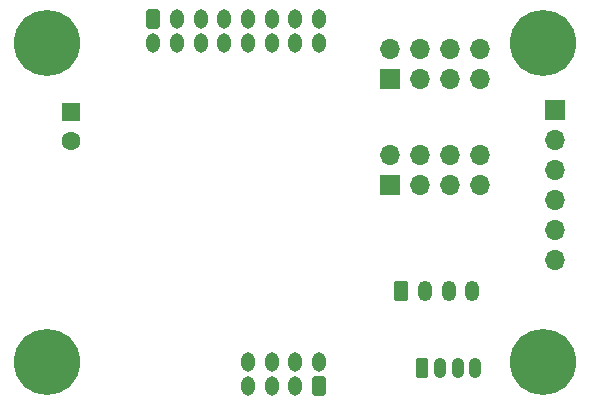
<source format=gbr>
%TF.GenerationSoftware,KiCad,Pcbnew,7.0.6*%
%TF.CreationDate,2023-08-24T17:15:50-04:00*%
%TF.ProjectId,mcumod-carrier-breakout,6d63756d-6f64-42d6-9361-72726965722d,rev?*%
%TF.SameCoordinates,Original*%
%TF.FileFunction,Soldermask,Bot*%
%TF.FilePolarity,Negative*%
%FSLAX46Y46*%
G04 Gerber Fmt 4.6, Leading zero omitted, Abs format (unit mm)*
G04 Created by KiCad (PCBNEW 7.0.6) date 2023-08-24 17:15:50*
%MOMM*%
%LPD*%
G01*
G04 APERTURE LIST*
G04 Aperture macros list*
%AMRoundRect*
0 Rectangle with rounded corners*
0 $1 Rounding radius*
0 $2 $3 $4 $5 $6 $7 $8 $9 X,Y pos of 4 corners*
0 Add a 4 corners polygon primitive as box body*
4,1,4,$2,$3,$4,$5,$6,$7,$8,$9,$2,$3,0*
0 Add four circle primitives for the rounded corners*
1,1,$1+$1,$2,$3*
1,1,$1+$1,$4,$5*
1,1,$1+$1,$6,$7*
1,1,$1+$1,$8,$9*
0 Add four rect primitives between the rounded corners*
20,1,$1+$1,$2,$3,$4,$5,0*
20,1,$1+$1,$4,$5,$6,$7,0*
20,1,$1+$1,$6,$7,$8,$9,0*
20,1,$1+$1,$8,$9,$2,$3,0*%
G04 Aperture macros list end*
%ADD10RoundRect,0.250000X-0.350000X-0.575000X0.350000X-0.575000X0.350000X0.575000X-0.350000X0.575000X0*%
%ADD11O,1.200000X1.650000*%
%ADD12C,5.600000*%
%ADD13RoundRect,0.250000X0.350000X0.575000X-0.350000X0.575000X-0.350000X-0.575000X0.350000X-0.575000X0*%
%ADD14R,1.700000X1.700000*%
%ADD15O,1.700000X1.700000*%
%ADD16R,1.600000X1.600000*%
%ADD17C,1.600000*%
%ADD18RoundRect,0.250000X-0.265000X-0.615000X0.265000X-0.615000X0.265000X0.615000X-0.265000X0.615000X0*%
%ADD19O,1.030000X1.730000*%
%ADD20RoundRect,0.250000X-0.350000X-0.625000X0.350000X-0.625000X0.350000X0.625000X-0.350000X0.625000X0*%
%ADD21O,1.200000X1.750000*%
G04 APERTURE END LIST*
D10*
%TO.C,J1*%
X103000000Y-52000000D03*
D11*
X103000000Y-54000000D03*
X105000000Y-52000000D03*
X105000000Y-54000000D03*
X107000000Y-52000000D03*
X107000000Y-54000000D03*
X109000000Y-52000000D03*
X109000000Y-54000000D03*
X111000000Y-52000000D03*
X111000000Y-54000000D03*
X113000000Y-52000000D03*
X113000000Y-54000000D03*
X115000000Y-52000000D03*
X115000000Y-54000000D03*
X117000000Y-52000000D03*
X117000000Y-54000000D03*
%TD*%
D12*
%TO.C,H1*%
X94000000Y-54000000D03*
%TD*%
D13*
%TO.C,J2*%
X117000000Y-83000000D03*
D11*
X117000000Y-81000000D03*
X115000000Y-83000000D03*
X115000000Y-81000000D03*
X113000000Y-83000000D03*
X113000000Y-81000000D03*
X111000000Y-83000000D03*
X111000000Y-81000000D03*
%TD*%
D12*
%TO.C,H2*%
X136000000Y-54000000D03*
%TD*%
D14*
%TO.C,J6*%
X123000000Y-66000000D03*
D15*
X123000000Y-63460000D03*
X125540000Y-66000000D03*
X125540000Y-63460000D03*
X128080000Y-66000000D03*
X128080000Y-63460000D03*
X130620000Y-66000000D03*
X130620000Y-63460000D03*
%TD*%
D16*
%TO.C,C2*%
X96000000Y-59794888D03*
D17*
X96000000Y-62294888D03*
%TD*%
D18*
%TO.C,J4*%
X125750000Y-81550000D03*
D19*
X127250000Y-81550000D03*
X128750000Y-81550000D03*
X130250000Y-81550000D03*
%TD*%
D20*
%TO.C,J5*%
X124000000Y-75000000D03*
D21*
X126000000Y-75000000D03*
X128000000Y-75000000D03*
X130000000Y-75000000D03*
%TD*%
D14*
%TO.C,J3*%
X137000000Y-59650000D03*
D15*
X137000000Y-62190000D03*
X137000000Y-64730000D03*
X137000000Y-67270000D03*
X137000000Y-69810000D03*
X137000000Y-72350000D03*
%TD*%
D12*
%TO.C,H4*%
X136000000Y-81000000D03*
%TD*%
%TO.C,H3*%
X94000000Y-81000000D03*
%TD*%
D14*
%TO.C,J7*%
X123000000Y-57000000D03*
D15*
X123000000Y-54460000D03*
X125540000Y-57000000D03*
X125540000Y-54460000D03*
X128080000Y-57000000D03*
X128080000Y-54460000D03*
X130620000Y-57000000D03*
X130620000Y-54460000D03*
%TD*%
M02*

</source>
